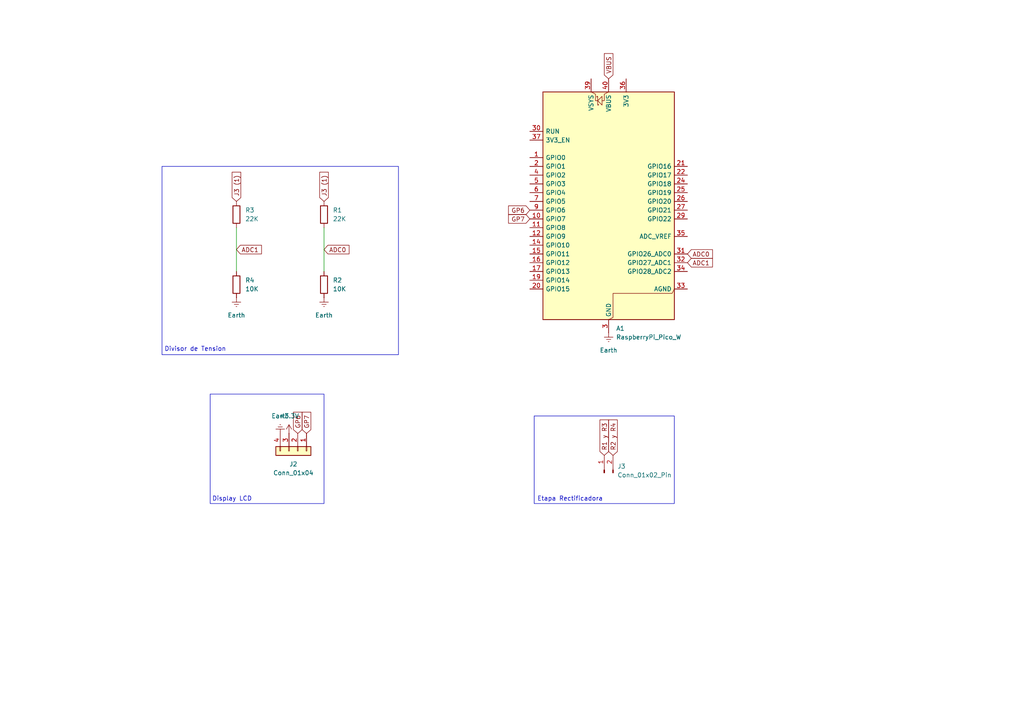
<source format=kicad_sch>
(kicad_sch
	(version 20250114)
	(generator "eeschema")
	(generator_version "9.0")
	(uuid "911fb31c-9ec0-4f87-b7c0-c3d7edbfac4b")
	(paper "A4")
	(lib_symbols
		(symbol "Connector:Conn_01x02_Pin"
			(pin_names
				(offset 1.016)
				(hide yes)
			)
			(exclude_from_sim no)
			(in_bom yes)
			(on_board yes)
			(property "Reference" "J"
				(at 0 2.54 0)
				(effects
					(font
						(size 1.27 1.27)
					)
				)
			)
			(property "Value" "Conn_01x02_Pin"
				(at 0 -5.08 0)
				(effects
					(font
						(size 1.27 1.27)
					)
				)
			)
			(property "Footprint" ""
				(at 0 0 0)
				(effects
					(font
						(size 1.27 1.27)
					)
					(hide yes)
				)
			)
			(property "Datasheet" "~"
				(at 0 0 0)
				(effects
					(font
						(size 1.27 1.27)
					)
					(hide yes)
				)
			)
			(property "Description" "Generic connector, single row, 01x02, script generated"
				(at 0 0 0)
				(effects
					(font
						(size 1.27 1.27)
					)
					(hide yes)
				)
			)
			(property "ki_locked" ""
				(at 0 0 0)
				(effects
					(font
						(size 1.27 1.27)
					)
				)
			)
			(property "ki_keywords" "connector"
				(at 0 0 0)
				(effects
					(font
						(size 1.27 1.27)
					)
					(hide yes)
				)
			)
			(property "ki_fp_filters" "Connector*:*_1x??_*"
				(at 0 0 0)
				(effects
					(font
						(size 1.27 1.27)
					)
					(hide yes)
				)
			)
			(symbol "Conn_01x02_Pin_1_1"
				(rectangle
					(start 0.8636 0.127)
					(end 0 -0.127)
					(stroke
						(width 0.1524)
						(type default)
					)
					(fill
						(type outline)
					)
				)
				(rectangle
					(start 0.8636 -2.413)
					(end 0 -2.667)
					(stroke
						(width 0.1524)
						(type default)
					)
					(fill
						(type outline)
					)
				)
				(polyline
					(pts
						(xy 1.27 0) (xy 0.8636 0)
					)
					(stroke
						(width 0.1524)
						(type default)
					)
					(fill
						(type none)
					)
				)
				(polyline
					(pts
						(xy 1.27 -2.54) (xy 0.8636 -2.54)
					)
					(stroke
						(width 0.1524)
						(type default)
					)
					(fill
						(type none)
					)
				)
				(pin passive line
					(at 5.08 0 180)
					(length 3.81)
					(name "Pin_1"
						(effects
							(font
								(size 1.27 1.27)
							)
						)
					)
					(number "1"
						(effects
							(font
								(size 1.27 1.27)
							)
						)
					)
				)
				(pin passive line
					(at 5.08 -2.54 180)
					(length 3.81)
					(name "Pin_2"
						(effects
							(font
								(size 1.27 1.27)
							)
						)
					)
					(number "2"
						(effects
							(font
								(size 1.27 1.27)
							)
						)
					)
				)
			)
			(embedded_fonts no)
		)
		(symbol "Connector_Generic:Conn_01x04"
			(pin_names
				(offset 1.016)
				(hide yes)
			)
			(exclude_from_sim no)
			(in_bom yes)
			(on_board yes)
			(property "Reference" "J"
				(at 0 5.08 0)
				(effects
					(font
						(size 1.27 1.27)
					)
				)
			)
			(property "Value" "Conn_01x04"
				(at 0 -7.62 0)
				(effects
					(font
						(size 1.27 1.27)
					)
				)
			)
			(property "Footprint" ""
				(at 0 0 0)
				(effects
					(font
						(size 1.27 1.27)
					)
					(hide yes)
				)
			)
			(property "Datasheet" "~"
				(at 0 0 0)
				(effects
					(font
						(size 1.27 1.27)
					)
					(hide yes)
				)
			)
			(property "Description" "Generic connector, single row, 01x04, script generated (kicad-library-utils/schlib/autogen/connector/)"
				(at 0 0 0)
				(effects
					(font
						(size 1.27 1.27)
					)
					(hide yes)
				)
			)
			(property "ki_keywords" "connector"
				(at 0 0 0)
				(effects
					(font
						(size 1.27 1.27)
					)
					(hide yes)
				)
			)
			(property "ki_fp_filters" "Connector*:*_1x??_*"
				(at 0 0 0)
				(effects
					(font
						(size 1.27 1.27)
					)
					(hide yes)
				)
			)
			(symbol "Conn_01x04_1_1"
				(rectangle
					(start -1.27 3.81)
					(end 1.27 -6.35)
					(stroke
						(width 0.254)
						(type default)
					)
					(fill
						(type background)
					)
				)
				(rectangle
					(start -1.27 2.667)
					(end 0 2.413)
					(stroke
						(width 0.1524)
						(type default)
					)
					(fill
						(type none)
					)
				)
				(rectangle
					(start -1.27 0.127)
					(end 0 -0.127)
					(stroke
						(width 0.1524)
						(type default)
					)
					(fill
						(type none)
					)
				)
				(rectangle
					(start -1.27 -2.413)
					(end 0 -2.667)
					(stroke
						(width 0.1524)
						(type default)
					)
					(fill
						(type none)
					)
				)
				(rectangle
					(start -1.27 -4.953)
					(end 0 -5.207)
					(stroke
						(width 0.1524)
						(type default)
					)
					(fill
						(type none)
					)
				)
				(pin passive line
					(at -5.08 2.54 0)
					(length 3.81)
					(name "Pin_1"
						(effects
							(font
								(size 1.27 1.27)
							)
						)
					)
					(number "1"
						(effects
							(font
								(size 1.27 1.27)
							)
						)
					)
				)
				(pin passive line
					(at -5.08 0 0)
					(length 3.81)
					(name "Pin_2"
						(effects
							(font
								(size 1.27 1.27)
							)
						)
					)
					(number "2"
						(effects
							(font
								(size 1.27 1.27)
							)
						)
					)
				)
				(pin passive line
					(at -5.08 -2.54 0)
					(length 3.81)
					(name "Pin_3"
						(effects
							(font
								(size 1.27 1.27)
							)
						)
					)
					(number "3"
						(effects
							(font
								(size 1.27 1.27)
							)
						)
					)
				)
				(pin passive line
					(at -5.08 -5.08 0)
					(length 3.81)
					(name "Pin_4"
						(effects
							(font
								(size 1.27 1.27)
							)
						)
					)
					(number "4"
						(effects
							(font
								(size 1.27 1.27)
							)
						)
					)
				)
			)
			(embedded_fonts no)
		)
		(symbol "Device:R"
			(pin_numbers
				(hide yes)
			)
			(pin_names
				(offset 0)
			)
			(exclude_from_sim no)
			(in_bom yes)
			(on_board yes)
			(property "Reference" "R"
				(at 2.032 0 90)
				(effects
					(font
						(size 1.27 1.27)
					)
				)
			)
			(property "Value" "R"
				(at 0 0 90)
				(effects
					(font
						(size 1.27 1.27)
					)
				)
			)
			(property "Footprint" ""
				(at -1.778 0 90)
				(effects
					(font
						(size 1.27 1.27)
					)
					(hide yes)
				)
			)
			(property "Datasheet" "~"
				(at 0 0 0)
				(effects
					(font
						(size 1.27 1.27)
					)
					(hide yes)
				)
			)
			(property "Description" "Resistor"
				(at 0 0 0)
				(effects
					(font
						(size 1.27 1.27)
					)
					(hide yes)
				)
			)
			(property "ki_keywords" "R res resistor"
				(at 0 0 0)
				(effects
					(font
						(size 1.27 1.27)
					)
					(hide yes)
				)
			)
			(property "ki_fp_filters" "R_*"
				(at 0 0 0)
				(effects
					(font
						(size 1.27 1.27)
					)
					(hide yes)
				)
			)
			(symbol "R_0_1"
				(rectangle
					(start -1.016 -2.54)
					(end 1.016 2.54)
					(stroke
						(width 0.254)
						(type default)
					)
					(fill
						(type none)
					)
				)
			)
			(symbol "R_1_1"
				(pin passive line
					(at 0 3.81 270)
					(length 1.27)
					(name "~"
						(effects
							(font
								(size 1.27 1.27)
							)
						)
					)
					(number "1"
						(effects
							(font
								(size 1.27 1.27)
							)
						)
					)
				)
				(pin passive line
					(at 0 -3.81 90)
					(length 1.27)
					(name "~"
						(effects
							(font
								(size 1.27 1.27)
							)
						)
					)
					(number "2"
						(effects
							(font
								(size 1.27 1.27)
							)
						)
					)
				)
			)
			(embedded_fonts no)
		)
		(symbol "MCU_Module:RaspberryPi_Pico_W"
			(pin_names
				(offset 0.762)
			)
			(exclude_from_sim no)
			(in_bom yes)
			(on_board yes)
			(property "Reference" "A"
				(at -19.05 35.56 0)
				(effects
					(font
						(size 1.27 1.27)
					)
					(justify left)
				)
			)
			(property "Value" "RaspberryPi_Pico_W"
				(at 7.62 35.56 0)
				(effects
					(font
						(size 1.27 1.27)
					)
					(justify left)
				)
			)
			(property "Footprint" "Module:RaspberryPi_Pico_W_SMD_HandSolder"
				(at 0 -46.99 0)
				(effects
					(font
						(size 1.27 1.27)
					)
					(hide yes)
				)
			)
			(property "Datasheet" "https://datasheets.raspberrypi.com/picow/pico-w-datasheet.pdf"
				(at 0 -49.53 0)
				(effects
					(font
						(size 1.27 1.27)
					)
					(hide yes)
				)
			)
			(property "Description" "Versatile and inexpensive wireless microcontroller module powered by RP2040 dual-core Arm Cortex-M0+ processor up to 133 MHz, 264kB SRAM, 2MB QSPI flash, Infineon CYW43439 2.4GHz 802.11n wireless LAN; also supports Raspberry Pi Pico 2 W"
				(at 0 -52.07 0)
				(effects
					(font
						(size 1.27 1.27)
					)
					(hide yes)
				)
			)
			(property "ki_keywords" "RP2350A M33 RISC-V Hazard3 usb wifi bluetooth"
				(at 0 0 0)
				(effects
					(font
						(size 1.27 1.27)
					)
					(hide yes)
				)
			)
			(property "ki_fp_filters" "RaspberryPi?Pico?Common* RaspberryPi?Pico?W?SMD*"
				(at 0 0 0)
				(effects
					(font
						(size 1.27 1.27)
					)
					(hide yes)
				)
			)
			(symbol "RaspberryPi_Pico_W_0_1"
				(rectangle
					(start -19.05 34.29)
					(end 19.05 -31.75)
					(stroke
						(width 0.254)
						(type default)
					)
					(fill
						(type background)
					)
				)
				(polyline
					(pts
						(xy -5.08 34.29) (xy -3.81 33.655) (xy -3.81 31.75) (xy -3.175 31.75)
					)
					(stroke
						(width 0)
						(type default)
					)
					(fill
						(type none)
					)
				)
				(polyline
					(pts
						(xy -3.429 32.766) (xy -3.429 33.02) (xy -3.175 33.02) (xy -3.175 30.48) (xy -2.921 30.48) (xy -2.921 30.734)
					)
					(stroke
						(width 0)
						(type default)
					)
					(fill
						(type none)
					)
				)
				(polyline
					(pts
						(xy -3.175 31.75) (xy -1.905 33.02) (xy -1.905 30.48) (xy -3.175 31.75)
					)
					(stroke
						(width 0)
						(type default)
					)
					(fill
						(type none)
					)
				)
				(polyline
					(pts
						(xy 0 34.29) (xy -1.27 33.655) (xy -1.27 31.75) (xy -1.905 31.75)
					)
					(stroke
						(width 0)
						(type default)
					)
					(fill
						(type none)
					)
				)
				(polyline
					(pts
						(xy 0 -31.75) (xy 1.27 -31.115) (xy 1.27 -24.13) (xy 18.415 -24.13) (xy 19.05 -22.86)
					)
					(stroke
						(width 0)
						(type default)
					)
					(fill
						(type none)
					)
				)
			)
			(symbol "RaspberryPi_Pico_W_1_1"
				(pin passive line
					(at -22.86 22.86 0)
					(length 3.81)
					(name "RUN"
						(effects
							(font
								(size 1.27 1.27)
							)
						)
					)
					(number "30"
						(effects
							(font
								(size 1.27 1.27)
							)
						)
					)
					(alternate "~{RESET}" passive line)
				)
				(pin passive line
					(at -22.86 20.32 0)
					(length 3.81)
					(name "3V3_EN"
						(effects
							(font
								(size 1.27 1.27)
							)
						)
					)
					(number "37"
						(effects
							(font
								(size 1.27 1.27)
							)
						)
					)
					(alternate "~{3V3_DISABLE}" passive line)
				)
				(pin bidirectional line
					(at -22.86 15.24 0)
					(length 3.81)
					(name "GPIO0"
						(effects
							(font
								(size 1.27 1.27)
							)
						)
					)
					(number "1"
						(effects
							(font
								(size 1.27 1.27)
							)
						)
					)
					(alternate "I2C0_SDA" bidirectional line)
					(alternate "PWM0_A" output line)
					(alternate "SPI0_RX" input line)
					(alternate "UART0_TX" output line)
					(alternate "USB_OVCUR_DET" input line)
				)
				(pin bidirectional line
					(at -22.86 12.7 0)
					(length 3.81)
					(name "GPIO1"
						(effects
							(font
								(size 1.27 1.27)
							)
						)
					)
					(number "2"
						(effects
							(font
								(size 1.27 1.27)
							)
						)
					)
					(alternate "I2C0_SCL" bidirectional clock)
					(alternate "PWM0_B" bidirectional line)
					(alternate "UART0_RX" input line)
					(alternate "USB_VBUS_DET" passive line)
					(alternate "~{SPI0_CSn}" bidirectional line)
				)
				(pin bidirectional line
					(at -22.86 10.16 0)
					(length 3.81)
					(name "GPIO2"
						(effects
							(font
								(size 1.27 1.27)
							)
						)
					)
					(number "4"
						(effects
							(font
								(size 1.27 1.27)
							)
						)
					)
					(alternate "I2C1_SDA" bidirectional line)
					(alternate "PWM1_A" output line)
					(alternate "SPI0_SCK" bidirectional clock)
					(alternate "UART0_CTS" input line)
					(alternate "USB_VBUS_EN" output line)
				)
				(pin bidirectional line
					(at -22.86 7.62 0)
					(length 3.81)
					(name "GPIO3"
						(effects
							(font
								(size 1.27 1.27)
							)
						)
					)
					(number "5"
						(effects
							(font
								(size 1.27 1.27)
							)
						)
					)
					(alternate "I2C1_SCL" bidirectional clock)
					(alternate "PWM1_B" bidirectional line)
					(alternate "SPI0_TX" output line)
					(alternate "UART0_RTS" output line)
					(alternate "USB_OVCUR_DET" input line)
				)
				(pin bidirectional line
					(at -22.86 5.08 0)
					(length 3.81)
					(name "GPIO4"
						(effects
							(font
								(size 1.27 1.27)
							)
						)
					)
					(number "6"
						(effects
							(font
								(size 1.27 1.27)
							)
						)
					)
					(alternate "I2C0_SDA" bidirectional line)
					(alternate "PWM2_A" output line)
					(alternate "SPI0_RX" input line)
					(alternate "UART1_TX" output line)
					(alternate "USB_VBUS_DET" input line)
				)
				(pin bidirectional line
					(at -22.86 2.54 0)
					(length 3.81)
					(name "GPIO5"
						(effects
							(font
								(size 1.27 1.27)
							)
						)
					)
					(number "7"
						(effects
							(font
								(size 1.27 1.27)
							)
						)
					)
					(alternate "I2C0_SCL" bidirectional clock)
					(alternate "PWM2_B" bidirectional line)
					(alternate "UART1_RX" input line)
					(alternate "USB_VBUS_EN" output line)
					(alternate "~{SPI0_CSn}" bidirectional line)
				)
				(pin bidirectional line
					(at -22.86 0 0)
					(length 3.81)
					(name "GPIO6"
						(effects
							(font
								(size 1.27 1.27)
							)
						)
					)
					(number "9"
						(effects
							(font
								(size 1.27 1.27)
							)
						)
					)
					(alternate "I2C1_SDA" bidirectional line)
					(alternate "PWM3_A" output line)
					(alternate "SPI0_SCK" bidirectional clock)
					(alternate "UART1_CTS" input line)
					(alternate "USB_OVCUR_DET" input line)
				)
				(pin bidirectional line
					(at -22.86 -2.54 0)
					(length 3.81)
					(name "GPIO7"
						(effects
							(font
								(size 1.27 1.27)
							)
						)
					)
					(number "10"
						(effects
							(font
								(size 1.27 1.27)
							)
						)
					)
					(alternate "I2C1_SCL" bidirectional clock)
					(alternate "PWM3_B" bidirectional line)
					(alternate "SPI0_TX" output line)
					(alternate "UART1_RTS" output line)
					(alternate "USB_VBUS_DET" input line)
				)
				(pin bidirectional line
					(at -22.86 -5.08 0)
					(length 3.81)
					(name "GPIO8"
						(effects
							(font
								(size 1.27 1.27)
							)
						)
					)
					(number "11"
						(effects
							(font
								(size 1.27 1.27)
							)
						)
					)
					(alternate "I2C0_SDA" bidirectional line)
					(alternate "PWM4_A" output line)
					(alternate "SPI1_RX" input line)
					(alternate "UART1_TX" output line)
					(alternate "USB_VBUS_EN" output line)
				)
				(pin bidirectional line
					(at -22.86 -7.62 0)
					(length 3.81)
					(name "GPIO9"
						(effects
							(font
								(size 1.27 1.27)
							)
						)
					)
					(number "12"
						(effects
							(font
								(size 1.27 1.27)
							)
						)
					)
					(alternate "I2C0_SCL" bidirectional clock)
					(alternate "PWM4_B" bidirectional line)
					(alternate "UART1_RX" input line)
					(alternate "USB_OVCUR_DET" input line)
					(alternate "~{SPI1_CSn}" bidirectional line)
				)
				(pin bidirectional line
					(at -22.86 -10.16 0)
					(length 3.81)
					(name "GPIO10"
						(effects
							(font
								(size 1.27 1.27)
							)
						)
					)
					(number "14"
						(effects
							(font
								(size 1.27 1.27)
							)
						)
					)
					(alternate "I2C1_SDA" bidirectional line)
					(alternate "PWM5_A" output line)
					(alternate "SPI1_SCK" bidirectional clock)
					(alternate "UART1_CTS" input line)
					(alternate "USB_VBUS_DET" input line)
				)
				(pin bidirectional line
					(at -22.86 -12.7 0)
					(length 3.81)
					(name "GPIO11"
						(effects
							(font
								(size 1.27 1.27)
							)
						)
					)
					(number "15"
						(effects
							(font
								(size 1.27 1.27)
							)
						)
					)
					(alternate "I2C1_SCL" bidirectional clock)
					(alternate "PWM5_B" bidirectional line)
					(alternate "SPI1_TX" output line)
					(alternate "UART1_RTS" output line)
					(alternate "USB_VBUS_EN" output line)
				)
				(pin bidirectional line
					(at -22.86 -15.24 0)
					(length 3.81)
					(name "GPIO12"
						(effects
							(font
								(size 1.27 1.27)
							)
						)
					)
					(number "16"
						(effects
							(font
								(size 1.27 1.27)
							)
						)
					)
					(alternate "I2C0_SDA" bidirectional line)
					(alternate "PWM6_A" output line)
					(alternate "SPI1_RX" input line)
					(alternate "UART0_TX" output line)
					(alternate "USB_OVCUR_DET" input line)
				)
				(pin bidirectional line
					(at -22.86 -17.78 0)
					(length 3.81)
					(name "GPIO13"
						(effects
							(font
								(size 1.27 1.27)
							)
						)
					)
					(number "17"
						(effects
							(font
								(size 1.27 1.27)
							)
						)
					)
					(alternate "I2C0_SCL" bidirectional clock)
					(alternate "PWM6_B" bidirectional line)
					(alternate "UART0_RX" input line)
					(alternate "USB_VBUS_DET" input line)
					(alternate "~{SPI1_CSn}" bidirectional line)
				)
				(pin bidirectional line
					(at -22.86 -20.32 0)
					(length 3.81)
					(name "GPIO14"
						(effects
							(font
								(size 1.27 1.27)
							)
						)
					)
					(number "19"
						(effects
							(font
								(size 1.27 1.27)
							)
						)
					)
					(alternate "I2C1_SDA" bidirectional line)
					(alternate "PWM7_A" output line)
					(alternate "SPI1_SCK" bidirectional clock)
					(alternate "UART0_CTS" input line)
					(alternate "USB_VBUS_EN" output line)
				)
				(pin bidirectional line
					(at -22.86 -22.86 0)
					(length 3.81)
					(name "GPIO15"
						(effects
							(font
								(size 1.27 1.27)
							)
						)
					)
					(number "20"
						(effects
							(font
								(size 1.27 1.27)
							)
						)
					)
					(alternate "I2C1_SCL" bidirectional clock)
					(alternate "PWM7_B" bidirectional line)
					(alternate "SPI1_TX" output line)
					(alternate "UART0_RTS" output line)
					(alternate "USB_OVCUR_DET" input line)
				)
				(pin power_in line
					(at -5.08 38.1 270)
					(length 3.81)
					(name "VSYS"
						(effects
							(font
								(size 1.27 1.27)
							)
						)
					)
					(number "39"
						(effects
							(font
								(size 1.27 1.27)
							)
						)
					)
					(alternate "VSYS_OUT" power_out line)
				)
				(pin power_out line
					(at 0 38.1 270)
					(length 3.81)
					(name "VBUS"
						(effects
							(font
								(size 1.27 1.27)
							)
						)
					)
					(number "40"
						(effects
							(font
								(size 1.27 1.27)
							)
						)
					)
					(alternate "VBUS_IN" power_in line)
				)
				(pin passive line
					(at 0 -35.56 90)
					(length 3.81)
					(hide yes)
					(name "GND"
						(effects
							(font
								(size 1.27 1.27)
							)
						)
					)
					(number "13"
						(effects
							(font
								(size 1.27 1.27)
							)
						)
					)
				)
				(pin passive line
					(at 0 -35.56 90)
					(length 3.81)
					(hide yes)
					(name "GND"
						(effects
							(font
								(size 1.27 1.27)
							)
						)
					)
					(number "18"
						(effects
							(font
								(size 1.27 1.27)
							)
						)
					)
				)
				(pin passive line
					(at 0 -35.56 90)
					(length 3.81)
					(hide yes)
					(name "GND"
						(effects
							(font
								(size 1.27 1.27)
							)
						)
					)
					(number "23"
						(effects
							(font
								(size 1.27 1.27)
							)
						)
					)
				)
				(pin passive line
					(at 0 -35.56 90)
					(length 3.81)
					(hide yes)
					(name "GND"
						(effects
							(font
								(size 1.27 1.27)
							)
						)
					)
					(number "28"
						(effects
							(font
								(size 1.27 1.27)
							)
						)
					)
				)
				(pin power_out line
					(at 0 -35.56 90)
					(length 3.81)
					(name "GND"
						(effects
							(font
								(size 1.27 1.27)
							)
						)
					)
					(number "3"
						(effects
							(font
								(size 1.27 1.27)
							)
						)
					)
					(alternate "GND_IN" power_in line)
				)
				(pin passive line
					(at 0 -35.56 90)
					(length 3.81)
					(hide yes)
					(name "GND"
						(effects
							(font
								(size 1.27 1.27)
							)
						)
					)
					(number "38"
						(effects
							(font
								(size 1.27 1.27)
							)
						)
					)
				)
				(pin passive line
					(at 0 -35.56 90)
					(length 3.81)
					(hide yes)
					(name "GND"
						(effects
							(font
								(size 1.27 1.27)
							)
						)
					)
					(number "8"
						(effects
							(font
								(size 1.27 1.27)
							)
						)
					)
				)
				(pin power_out line
					(at 5.08 38.1 270)
					(length 3.81)
					(name "3V3"
						(effects
							(font
								(size 1.27 1.27)
							)
						)
					)
					(number "36"
						(effects
							(font
								(size 1.27 1.27)
							)
						)
					)
				)
				(pin bidirectional line
					(at 22.86 12.7 180)
					(length 3.81)
					(name "GPIO16"
						(effects
							(font
								(size 1.27 1.27)
							)
						)
					)
					(number "21"
						(effects
							(font
								(size 1.27 1.27)
							)
						)
					)
					(alternate "I2C0_SDA" bidirectional line)
					(alternate "PWM0_A" output line)
					(alternate "SPI0_RX" input line)
					(alternate "UART0_TX" output line)
					(alternate "USB_VBUS_DET" input line)
				)
				(pin bidirectional line
					(at 22.86 10.16 180)
					(length 3.81)
					(name "GPIO17"
						(effects
							(font
								(size 1.27 1.27)
							)
						)
					)
					(number "22"
						(effects
							(font
								(size 1.27 1.27)
							)
						)
					)
					(alternate "I2C0_SCL" bidirectional clock)
					(alternate "PWM0_B" bidirectional line)
					(alternate "UART0_RX" input line)
					(alternate "USB_VBUS_EN" output line)
					(alternate "~{SPI0_CSn}" bidirectional line)
				)
				(pin bidirectional line
					(at 22.86 7.62 180)
					(length 3.81)
					(name "GPIO18"
						(effects
							(font
								(size 1.27 1.27)
							)
						)
					)
					(number "24"
						(effects
							(font
								(size 1.27 1.27)
							)
						)
					)
					(alternate "I2C1_SDA" bidirectional line)
					(alternate "PWM1_A" output line)
					(alternate "SPI0_SCK" bidirectional clock)
					(alternate "UART0_CTS" input line)
					(alternate "USB_OVCUR_DET" input line)
				)
				(pin bidirectional line
					(at 22.86 5.08 180)
					(length 3.81)
					(name "GPIO19"
						(effects
							(font
								(size 1.27 1.27)
							)
						)
					)
					(number "25"
						(effects
							(font
								(size 1.27 1.27)
							)
						)
					)
					(alternate "I2C1_SCL" bidirectional clock)
					(alternate "PWM1_B" bidirectional line)
					(alternate "SPI0_TX" output line)
					(alternate "UART0_RTS" output line)
					(alternate "USB_VBUS_DET" input line)
				)
				(pin bidirectional line
					(at 22.86 2.54 180)
					(length 3.81)
					(name "GPIO20"
						(effects
							(font
								(size 1.27 1.27)
							)
						)
					)
					(number "26"
						(effects
							(font
								(size 1.27 1.27)
							)
						)
					)
					(alternate "CLOCK_GPIN0" input clock)
					(alternate "I2C0_SDA" bidirectional line)
					(alternate "PWM2_A" output line)
					(alternate "SPI0_RX" input line)
					(alternate "UART1_TX" output line)
					(alternate "USB_VBUS_EN" output line)
				)
				(pin bidirectional line
					(at 22.86 0 180)
					(length 3.81)
					(name "GPIO21"
						(effects
							(font
								(size 1.27 1.27)
							)
						)
					)
					(number "27"
						(effects
							(font
								(size 1.27 1.27)
							)
						)
					)
					(alternate "CLOCK_GPOUT0" output clock)
					(alternate "I2C0_SCL" bidirectional clock)
					(alternate "PWM2_B" bidirectional line)
					(alternate "UART1_RX" input line)
					(alternate "USB_OVCUR_DET" input line)
					(alternate "~{SPI0_CSn}" bidirectional line)
				)
				(pin bidirectional line
					(at 22.86 -2.54 180)
					(length 3.81)
					(name "GPIO22"
						(effects
							(font
								(size 1.27 1.27)
							)
						)
					)
					(number "29"
						(effects
							(font
								(size 1.27 1.27)
							)
						)
					)
					(alternate "CLOCK_GPIN1" input clock)
					(alternate "I2C1_SDA" bidirectional line)
					(alternate "PWM3_A" output line)
					(alternate "SPI0_SCK" bidirectional clock)
					(alternate "UART1_CTS" input line)
					(alternate "USB_VBUS_DET" input line)
				)
				(pin power_in line
					(at 22.86 -7.62 180)
					(length 3.81)
					(name "ADC_VREF"
						(effects
							(font
								(size 1.27 1.27)
							)
						)
					)
					(number "35"
						(effects
							(font
								(size 1.27 1.27)
							)
						)
					)
				)
				(pin bidirectional line
					(at 22.86 -12.7 180)
					(length 3.81)
					(name "GPIO26_ADC0"
						(effects
							(font
								(size 1.27 1.27)
							)
						)
					)
					(number "31"
						(effects
							(font
								(size 1.27 1.27)
							)
						)
					)
					(alternate "ADC0" input line)
					(alternate "GPIO26" bidirectional line)
					(alternate "I2C1_SDA" bidirectional line)
					(alternate "PWM5_A" output line)
					(alternate "SPI1_SCK" bidirectional clock)
					(alternate "UART1_CTS" input line)
					(alternate "USB_VBUS_EN" output line)
				)
				(pin bidirectional line
					(at 22.86 -15.24 180)
					(length 3.81)
					(name "GPIO27_ADC1"
						(effects
							(font
								(size 1.27 1.27)
							)
						)
					)
					(number "32"
						(effects
							(font
								(size 1.27 1.27)
							)
						)
					)
					(alternate "ADC1" input line)
					(alternate "GPIO27" bidirectional line)
					(alternate "I2C1_SCL" bidirectional clock)
					(alternate "PWM5_B" bidirectional line)
					(alternate "SPI1_TX" output line)
					(alternate "UART1_RTS" output line)
					(alternate "USB_OVCUR_DET" input line)
				)
				(pin bidirectional line
					(at 22.86 -17.78 180)
					(length 3.81)
					(name "GPIO28_ADC2"
						(effects
							(font
								(size 1.27 1.27)
							)
						)
					)
					(number "34"
						(effects
							(font
								(size 1.27 1.27)
							)
						)
					)
					(alternate "ADC2" input line)
					(alternate "GPIO28" bidirectional line)
					(alternate "I2C0_SDA" bidirectional line)
					(alternate "PWM6_A" output line)
					(alternate "SPI1_RX" input line)
					(alternate "UART0_TX" output line)
					(alternate "USB_VBUS_DET" input line)
				)
				(pin power_out line
					(at 22.86 -22.86 180)
					(length 3.81)
					(name "AGND"
						(effects
							(font
								(size 1.27 1.27)
							)
						)
					)
					(number "33"
						(effects
							(font
								(size 1.27 1.27)
							)
						)
					)
					(alternate "GND" passive line)
				)
			)
			(embedded_fonts no)
		)
		(symbol "power:+3.3V"
			(power)
			(pin_numbers
				(hide yes)
			)
			(pin_names
				(offset 0)
				(hide yes)
			)
			(exclude_from_sim no)
			(in_bom yes)
			(on_board yes)
			(property "Reference" "#PWR"
				(at 0 -3.81 0)
				(effects
					(font
						(size 1.27 1.27)
					)
					(hide yes)
				)
			)
			(property "Value" "+3.3V"
				(at 0 3.556 0)
				(effects
					(font
						(size 1.27 1.27)
					)
				)
			)
			(property "Footprint" ""
				(at 0 0 0)
				(effects
					(font
						(size 1.27 1.27)
					)
					(hide yes)
				)
			)
			(property "Datasheet" ""
				(at 0 0 0)
				(effects
					(font
						(size 1.27 1.27)
					)
					(hide yes)
				)
			)
			(property "Description" "Power symbol creates a global label with name \"+3.3V\""
				(at 0 0 0)
				(effects
					(font
						(size 1.27 1.27)
					)
					(hide yes)
				)
			)
			(property "ki_keywords" "global power"
				(at 0 0 0)
				(effects
					(font
						(size 1.27 1.27)
					)
					(hide yes)
				)
			)
			(symbol "+3.3V_0_1"
				(polyline
					(pts
						(xy -0.762 1.27) (xy 0 2.54)
					)
					(stroke
						(width 0)
						(type default)
					)
					(fill
						(type none)
					)
				)
				(polyline
					(pts
						(xy 0 2.54) (xy 0.762 1.27)
					)
					(stroke
						(width 0)
						(type default)
					)
					(fill
						(type none)
					)
				)
				(polyline
					(pts
						(xy 0 0) (xy 0 2.54)
					)
					(stroke
						(width 0)
						(type default)
					)
					(fill
						(type none)
					)
				)
			)
			(symbol "+3.3V_1_1"
				(pin power_in line
					(at 0 0 90)
					(length 0)
					(name "~"
						(effects
							(font
								(size 1.27 1.27)
							)
						)
					)
					(number "1"
						(effects
							(font
								(size 1.27 1.27)
							)
						)
					)
				)
			)
			(embedded_fonts no)
		)
		(symbol "power:Earth"
			(power)
			(pin_numbers
				(hide yes)
			)
			(pin_names
				(offset 0)
				(hide yes)
			)
			(exclude_from_sim no)
			(in_bom yes)
			(on_board yes)
			(property "Reference" "#PWR"
				(at 0 -6.35 0)
				(effects
					(font
						(size 1.27 1.27)
					)
					(hide yes)
				)
			)
			(property "Value" "Earth"
				(at 0 -3.81 0)
				(effects
					(font
						(size 1.27 1.27)
					)
				)
			)
			(property "Footprint" ""
				(at 0 0 0)
				(effects
					(font
						(size 1.27 1.27)
					)
					(hide yes)
				)
			)
			(property "Datasheet" "~"
				(at 0 0 0)
				(effects
					(font
						(size 1.27 1.27)
					)
					(hide yes)
				)
			)
			(property "Description" "Power symbol creates a global label with name \"Earth\""
				(at 0 0 0)
				(effects
					(font
						(size 1.27 1.27)
					)
					(hide yes)
				)
			)
			(property "ki_keywords" "global ground gnd"
				(at 0 0 0)
				(effects
					(font
						(size 1.27 1.27)
					)
					(hide yes)
				)
			)
			(symbol "Earth_0_1"
				(polyline
					(pts
						(xy -0.635 -1.905) (xy 0.635 -1.905)
					)
					(stroke
						(width 0)
						(type default)
					)
					(fill
						(type none)
					)
				)
				(polyline
					(pts
						(xy -0.127 -2.54) (xy 0.127 -2.54)
					)
					(stroke
						(width 0)
						(type default)
					)
					(fill
						(type none)
					)
				)
				(polyline
					(pts
						(xy 0 -1.27) (xy 0 0)
					)
					(stroke
						(width 0)
						(type default)
					)
					(fill
						(type none)
					)
				)
				(polyline
					(pts
						(xy 1.27 -1.27) (xy -1.27 -1.27)
					)
					(stroke
						(width 0)
						(type default)
					)
					(fill
						(type none)
					)
				)
			)
			(symbol "Earth_1_1"
				(pin power_in line
					(at 0 0 270)
					(length 0)
					(name "~"
						(effects
							(font
								(size 1.27 1.27)
							)
						)
					)
					(number "1"
						(effects
							(font
								(size 1.27 1.27)
							)
						)
					)
				)
			)
			(embedded_fonts no)
		)
	)
	(rectangle
		(start 46.99 48.26)
		(end 115.57 102.87)
		(stroke
			(width 0)
			(type default)
		)
		(fill
			(type none)
		)
		(uuid 30473f73-ef07-4269-b6fe-98ff90480b42)
	)
	(rectangle
		(start 154.94 120.65)
		(end 195.58 146.05)
		(stroke
			(width 0)
			(type default)
		)
		(fill
			(type none)
		)
		(uuid 6a1904ca-9506-4af1-952b-4030941bac4c)
	)
	(rectangle
		(start 60.96 114.3)
		(end 93.98 146.05)
		(stroke
			(width 0)
			(type default)
		)
		(fill
			(type none)
		)
		(uuid fab753db-4ac4-455a-89c4-dc49ae96896e)
	)
	(text "Divisor de Tension"
		(exclude_from_sim no)
		(at 56.642 101.346 0)
		(effects
			(font
				(size 1.27 1.27)
			)
		)
		(uuid "2c4b57e3-8ddb-4a99-ba5a-5f79ddfb7d32")
	)
	(text "Display LCD"
		(exclude_from_sim no)
		(at 67.31 144.78 0)
		(effects
			(font
				(size 1.27 1.27)
			)
		)
		(uuid "97a8d4d7-c3d2-4718-afbe-84f62f6dfc48")
	)
	(text "Etapa Rectificadora"
		(exclude_from_sim no)
		(at 165.354 144.78 0)
		(effects
			(font
				(size 1.27 1.27)
			)
		)
		(uuid "ef2212e1-0ba2-4262-82d6-7ab7e7249138")
	)
	(wire
		(pts
			(xy 68.58 66.04) (xy 68.58 78.74)
		)
		(stroke
			(width 0)
			(type default)
		)
		(uuid "3c8698cb-4e56-42e7-99bc-2cf13a8a778e")
	)
	(wire
		(pts
			(xy 93.98 66.04) (xy 93.98 78.74)
		)
		(stroke
			(width 0)
			(type default)
		)
		(uuid "c52ca523-c535-4b67-96a2-5ab6eb1b34bf")
	)
	(global_label "GP7"
		(shape input)
		(at 88.9 125.73 90)
		(fields_autoplaced yes)
		(effects
			(font
				(size 1.27 1.27)
			)
			(justify left)
		)
		(uuid "05d60261-e553-47fd-94d6-9d2d276dbe36")
		(property "Intersheetrefs" "${INTERSHEET_REFS}"
			(at 88.9 118.9953 90)
			(effects
				(font
					(size 1.27 1.27)
				)
				(justify left)
				(hide yes)
			)
		)
	)
	(global_label "ADC1"
		(shape input)
		(at 199.39 76.2 0)
		(fields_autoplaced yes)
		(effects
			(font
				(size 1.27 1.27)
			)
			(justify left)
		)
		(uuid "2763503f-ef6b-4b06-b3ac-cce401540555")
		(property "Intersheetrefs" "${INTERSHEET_REFS}"
			(at 207.2133 76.2 0)
			(effects
				(font
					(size 1.27 1.27)
				)
				(justify left)
				(hide yes)
			)
		)
	)
	(global_label "GP6"
		(shape input)
		(at 86.36 125.73 90)
		(fields_autoplaced yes)
		(effects
			(font
				(size 1.27 1.27)
			)
			(justify left)
		)
		(uuid "42e0bb7e-7eb0-47cf-a485-8338651eeff8")
		(property "Intersheetrefs" "${INTERSHEET_REFS}"
			(at 86.36 118.9953 90)
			(effects
				(font
					(size 1.27 1.27)
				)
				(justify left)
				(hide yes)
			)
		)
	)
	(global_label "ADC0"
		(shape input)
		(at 199.39 73.66 0)
		(fields_autoplaced yes)
		(effects
			(font
				(size 1.27 1.27)
			)
			(justify left)
		)
		(uuid "4530f2b9-cf5c-4b2b-b8c2-0d36f49c1a40")
		(property "Intersheetrefs" "${INTERSHEET_REFS}"
			(at 207.2133 73.66 0)
			(effects
				(font
					(size 1.27 1.27)
				)
				(justify left)
				(hide yes)
			)
		)
	)
	(global_label "R1 y R3"
		(shape input)
		(at 175.26 132.08 90)
		(fields_autoplaced yes)
		(effects
			(font
				(size 1.27 1.27)
			)
			(justify left)
		)
		(uuid "5a1c1197-0123-45c9-aa68-63767492e9f0")
		(property "Intersheetrefs" "${INTERSHEET_REFS}"
			(at 175.26 121.233 90)
			(effects
				(font
					(size 1.27 1.27)
				)
				(justify left)
				(hide yes)
			)
		)
	)
	(global_label "ADC1"
		(shape input)
		(at 68.58 72.39 0)
		(fields_autoplaced yes)
		(effects
			(font
				(size 1.27 1.27)
			)
			(justify left)
		)
		(uuid "7af0eda4-a391-4cb1-8dc9-92d10ae8d78d")
		(property "Intersheetrefs" "${INTERSHEET_REFS}"
			(at 76.4033 72.39 0)
			(effects
				(font
					(size 1.27 1.27)
				)
				(justify left)
				(hide yes)
			)
		)
	)
	(global_label "J3 (1)"
		(shape input)
		(at 93.98 58.42 90)
		(fields_autoplaced yes)
		(effects
			(font
				(size 1.27 1.27)
			)
			(justify left)
		)
		(uuid "89330173-0638-4612-bad2-aea53bf643a5")
		(property "Intersheetrefs" "${INTERSHEET_REFS}"
			(at 93.98 49.3872 90)
			(effects
				(font
					(size 1.27 1.27)
				)
				(justify left)
				(hide yes)
			)
		)
	)
	(global_label "GP6"
		(shape input)
		(at 153.67 60.96 180)
		(fields_autoplaced yes)
		(effects
			(font
				(size 1.27 1.27)
			)
			(justify right)
		)
		(uuid "95e2f658-7083-4bcd-9b87-20c784f7f5b4")
		(property "Intersheetrefs" "${INTERSHEET_REFS}"
			(at 146.9353 60.96 0)
			(effects
				(font
					(size 1.27 1.27)
				)
				(justify right)
				(hide yes)
			)
		)
	)
	(global_label "GP7"
		(shape input)
		(at 153.67 63.5 180)
		(fields_autoplaced yes)
		(effects
			(font
				(size 1.27 1.27)
			)
			(justify right)
		)
		(uuid "bec18010-de9a-4435-b8cb-4dbad312da31")
		(property "Intersheetrefs" "${INTERSHEET_REFS}"
			(at 146.9353 63.5 0)
			(effects
				(font
					(size 1.27 1.27)
				)
				(justify right)
				(hide yes)
			)
		)
	)
	(global_label "VBUS"
		(shape input)
		(at 176.53 22.86 90)
		(fields_autoplaced yes)
		(effects
			(font
				(size 1.27 1.27)
			)
			(justify left)
		)
		(uuid "bf8d41b1-c3f3-4aff-b10e-d2b89ba07cb5")
		(property "Intersheetrefs" "${INTERSHEET_REFS}"
			(at 176.53 14.9762 90)
			(effects
				(font
					(size 1.27 1.27)
				)
				(justify left)
				(hide yes)
			)
		)
	)
	(global_label "J3 (1)"
		(shape input)
		(at 68.58 58.42 90)
		(fields_autoplaced yes)
		(effects
			(font
				(size 1.27 1.27)
			)
			(justify left)
		)
		(uuid "c3aaee44-9d66-46cd-a4a8-a160ebcff4a8")
		(property "Intersheetrefs" "${INTERSHEET_REFS}"
			(at 68.58 49.3872 90)
			(effects
				(font
					(size 1.27 1.27)
				)
				(justify left)
				(hide yes)
			)
		)
	)
	(global_label "R2 y R4"
		(shape input)
		(at 177.8 132.08 90)
		(fields_autoplaced yes)
		(effects
			(font
				(size 1.27 1.27)
			)
			(justify left)
		)
		(uuid "cf57e082-ae20-44a4-a4c2-0bfc6d41117b")
		(property "Intersheetrefs" "${INTERSHEET_REFS}"
			(at 177.8 121.233 90)
			(effects
				(font
					(size 1.27 1.27)
				)
				(justify left)
				(hide yes)
			)
		)
	)
	(global_label "ADC0"
		(shape input)
		(at 93.98 72.39 0)
		(fields_autoplaced yes)
		(effects
			(font
				(size 1.27 1.27)
			)
			(justify left)
		)
		(uuid "fa336988-a739-4d9e-911f-9bbf47d66570")
		(property "Intersheetrefs" "${INTERSHEET_REFS}"
			(at 101.8033 72.39 0)
			(effects
				(font
					(size 1.27 1.27)
				)
				(justify left)
				(hide yes)
			)
		)
	)
	(symbol
		(lib_id "Device:R")
		(at 93.98 62.23 0)
		(unit 1)
		(exclude_from_sim no)
		(in_bom yes)
		(on_board yes)
		(dnp no)
		(fields_autoplaced yes)
		(uuid "003bdb3b-27a5-4cf8-98a6-28dd277b450e")
		(property "Reference" "R1"
			(at 96.52 60.9599 0)
			(effects
				(font
					(size 1.27 1.27)
				)
				(justify left)
			)
		)
		(property "Value" "22K"
			(at 96.52 63.4999 0)
			(effects
				(font
					(size 1.27 1.27)
				)
				(justify left)
			)
		)
		(property "Footprint" "Resistor_THT:R_Axial_DIN0207_L6.3mm_D2.5mm_P2.54mm_Vertical"
			(at 92.202 62.23 90)
			(effects
				(font
					(size 1.27 1.27)
				)
				(hide yes)
			)
		)
		(property "Datasheet" "~"
			(at 93.98 62.23 0)
			(effects
				(font
					(size 1.27 1.27)
				)
				(hide yes)
			)
		)
		(property "Description" "Resistor"
			(at 93.98 62.23 0)
			(effects
				(font
					(size 1.27 1.27)
				)
				(hide yes)
			)
		)
		(pin "2"
			(uuid "443f07f6-2696-42f3-83b2-5daa7dcbfdbf")
		)
		(pin "1"
			(uuid "3f3102f4-21c3-4bf7-9976-595740a8b216")
		)
		(instances
			(project "Raspberry"
				(path "/911fb31c-9ec0-4f87-b7c0-c3d7edbfac4b"
					(reference "R1")
					(unit 1)
				)
			)
		)
	)
	(symbol
		(lib_id "power:Earth")
		(at 68.58 86.36 0)
		(unit 1)
		(exclude_from_sim no)
		(in_bom yes)
		(on_board yes)
		(dnp no)
		(fields_autoplaced yes)
		(uuid "201af59b-fcea-439f-9406-a820517d5511")
		(property "Reference" "#PWR05"
			(at 68.58 92.71 0)
			(effects
				(font
					(size 1.27 1.27)
				)
				(hide yes)
			)
		)
		(property "Value" "Earth"
			(at 68.58 91.44 0)
			(effects
				(font
					(size 1.27 1.27)
				)
			)
		)
		(property "Footprint" ""
			(at 68.58 86.36 0)
			(effects
				(font
					(size 1.27 1.27)
				)
				(hide yes)
			)
		)
		(property "Datasheet" "~"
			(at 68.58 86.36 0)
			(effects
				(font
					(size 1.27 1.27)
				)
				(hide yes)
			)
		)
		(property "Description" "Power symbol creates a global label with name \"Earth\""
			(at 68.58 86.36 0)
			(effects
				(font
					(size 1.27 1.27)
				)
				(hide yes)
			)
		)
		(pin "1"
			(uuid "8dc92369-928c-43e8-b85d-c5bdcd441b5c")
		)
		(instances
			(project "Raspberry"
				(path "/911fb31c-9ec0-4f87-b7c0-c3d7edbfac4b"
					(reference "#PWR05")
					(unit 1)
				)
			)
		)
	)
	(symbol
		(lib_id "power:+3.3V")
		(at 83.82 125.73 0)
		(unit 1)
		(exclude_from_sim no)
		(in_bom yes)
		(on_board yes)
		(dnp no)
		(fields_autoplaced yes)
		(uuid "2f2c935d-e134-4172-bfdf-ef6be11c9739")
		(property "Reference" "#PWR02"
			(at 83.82 129.54 0)
			(effects
				(font
					(size 1.27 1.27)
				)
				(hide yes)
			)
		)
		(property "Value" "+3.3V"
			(at 83.82 120.65 0)
			(effects
				(font
					(size 1.27 1.27)
				)
			)
		)
		(property "Footprint" ""
			(at 83.82 125.73 0)
			(effects
				(font
					(size 1.27 1.27)
				)
				(hide yes)
			)
		)
		(property "Datasheet" ""
			(at 83.82 125.73 0)
			(effects
				(font
					(size 1.27 1.27)
				)
				(hide yes)
			)
		)
		(property "Description" "Power symbol creates a global label with name \"+3.3V\""
			(at 83.82 125.73 0)
			(effects
				(font
					(size 1.27 1.27)
				)
				(hide yes)
			)
		)
		(pin "1"
			(uuid "d57dac4a-4911-4cee-9eb2-23e272ea30d6")
		)
		(instances
			(project "Raspberry"
				(path "/911fb31c-9ec0-4f87-b7c0-c3d7edbfac4b"
					(reference "#PWR02")
					(unit 1)
				)
			)
		)
	)
	(symbol
		(lib_id "power:Earth")
		(at 93.98 86.36 0)
		(unit 1)
		(exclude_from_sim no)
		(in_bom yes)
		(on_board yes)
		(dnp no)
		(fields_autoplaced yes)
		(uuid "35f49325-fcbc-4367-bc8a-bf4c760d9fe6")
		(property "Reference" "#PWR04"
			(at 93.98 92.71 0)
			(effects
				(font
					(size 1.27 1.27)
				)
				(hide yes)
			)
		)
		(property "Value" "Earth"
			(at 93.98 91.44 0)
			(effects
				(font
					(size 1.27 1.27)
				)
			)
		)
		(property "Footprint" ""
			(at 93.98 86.36 0)
			(effects
				(font
					(size 1.27 1.27)
				)
				(hide yes)
			)
		)
		(property "Datasheet" "~"
			(at 93.98 86.36 0)
			(effects
				(font
					(size 1.27 1.27)
				)
				(hide yes)
			)
		)
		(property "Description" "Power symbol creates a global label with name \"Earth\""
			(at 93.98 86.36 0)
			(effects
				(font
					(size 1.27 1.27)
				)
				(hide yes)
			)
		)
		(pin "1"
			(uuid "83a3a1cb-6528-49e2-ae54-46019bb63a71")
		)
		(instances
			(project "Raspberry"
				(path "/911fb31c-9ec0-4f87-b7c0-c3d7edbfac4b"
					(reference "#PWR04")
					(unit 1)
				)
			)
		)
	)
	(symbol
		(lib_id "power:Earth")
		(at 176.53 96.52 0)
		(unit 1)
		(exclude_from_sim no)
		(in_bom yes)
		(on_board yes)
		(dnp no)
		(fields_autoplaced yes)
		(uuid "45f38a56-80f5-45da-bc23-1f126415a83a")
		(property "Reference" "#PWR01"
			(at 176.53 102.87 0)
			(effects
				(font
					(size 1.27 1.27)
				)
				(hide yes)
			)
		)
		(property "Value" "Earth"
			(at 176.53 101.6 0)
			(effects
				(font
					(size 1.27 1.27)
				)
			)
		)
		(property "Footprint" ""
			(at 176.53 96.52 0)
			(effects
				(font
					(size 1.27 1.27)
				)
				(hide yes)
			)
		)
		(property "Datasheet" "~"
			(at 176.53 96.52 0)
			(effects
				(font
					(size 1.27 1.27)
				)
				(hide yes)
			)
		)
		(property "Description" "Power symbol creates a global label with name \"Earth\""
			(at 176.53 96.52 0)
			(effects
				(font
					(size 1.27 1.27)
				)
				(hide yes)
			)
		)
		(pin "1"
			(uuid "bd09c02b-3899-4974-939c-3309e5c0859a")
		)
		(instances
			(project "Raspberry"
				(path "/911fb31c-9ec0-4f87-b7c0-c3d7edbfac4b"
					(reference "#PWR01")
					(unit 1)
				)
			)
		)
	)
	(symbol
		(lib_id "Device:R")
		(at 68.58 82.55 0)
		(unit 1)
		(exclude_from_sim no)
		(in_bom yes)
		(on_board yes)
		(dnp no)
		(fields_autoplaced yes)
		(uuid "4e36cf5f-35eb-4f36-9b8d-313438fd64e2")
		(property "Reference" "R4"
			(at 71.12 81.2799 0)
			(effects
				(font
					(size 1.27 1.27)
				)
				(justify left)
			)
		)
		(property "Value" "10K"
			(at 71.12 83.8199 0)
			(effects
				(font
					(size 1.27 1.27)
				)
				(justify left)
			)
		)
		(property "Footprint" "Resistor_THT:R_Axial_DIN0207_L6.3mm_D2.5mm_P2.54mm_Vertical"
			(at 66.802 82.55 90)
			(effects
				(font
					(size 1.27 1.27)
				)
				(hide yes)
			)
		)
		(property "Datasheet" "~"
			(at 68.58 82.55 0)
			(effects
				(font
					(size 1.27 1.27)
				)
				(hide yes)
			)
		)
		(property "Description" "Resistor"
			(at 68.58 82.55 0)
			(effects
				(font
					(size 1.27 1.27)
				)
				(hide yes)
			)
		)
		(pin "2"
			(uuid "ca2229a3-d82c-428d-a041-3842549ff3f0")
		)
		(pin "1"
			(uuid "9e24fc4b-6350-407a-b64e-b10d6c79c2fa")
		)
		(instances
			(project "Raspberry"
				(path "/911fb31c-9ec0-4f87-b7c0-c3d7edbfac4b"
					(reference "R4")
					(unit 1)
				)
			)
		)
	)
	(symbol
		(lib_id "Device:R")
		(at 93.98 82.55 0)
		(unit 1)
		(exclude_from_sim no)
		(in_bom yes)
		(on_board yes)
		(dnp no)
		(fields_autoplaced yes)
		(uuid "67749dcc-1da4-4c66-894c-20c84a919405")
		(property "Reference" "R2"
			(at 96.52 81.2799 0)
			(effects
				(font
					(size 1.27 1.27)
				)
				(justify left)
			)
		)
		(property "Value" "10K"
			(at 96.52 83.8199 0)
			(effects
				(font
					(size 1.27 1.27)
				)
				(justify left)
			)
		)
		(property "Footprint" "Resistor_THT:R_Axial_DIN0207_L6.3mm_D2.5mm_P2.54mm_Vertical"
			(at 92.202 82.55 90)
			(effects
				(font
					(size 1.27 1.27)
				)
				(hide yes)
			)
		)
		(property "Datasheet" "~"
			(at 93.98 82.55 0)
			(effects
				(font
					(size 1.27 1.27)
				)
				(hide yes)
			)
		)
		(property "Description" "Resistor"
			(at 93.98 82.55 0)
			(effects
				(font
					(size 1.27 1.27)
				)
				(hide yes)
			)
		)
		(pin "2"
			(uuid "5fb4fabf-7d66-4f6d-a06d-7bd510366755")
		)
		(pin "1"
			(uuid "08611cab-6e7a-4d44-b2fb-18ebc31eb9b2")
		)
		(instances
			(project "Raspberry"
				(path "/911fb31c-9ec0-4f87-b7c0-c3d7edbfac4b"
					(reference "R2")
					(unit 1)
				)
			)
		)
	)
	(symbol
		(lib_id "power:Earth")
		(at 81.28 125.73 180)
		(unit 1)
		(exclude_from_sim no)
		(in_bom yes)
		(on_board yes)
		(dnp no)
		(fields_autoplaced yes)
		(uuid "9d6468ee-9d39-4384-a657-6491fe71dbce")
		(property "Reference" "#PWR03"
			(at 81.28 119.38 0)
			(effects
				(font
					(size 1.27 1.27)
				)
				(hide yes)
			)
		)
		(property "Value" "Earth"
			(at 81.28 120.65 0)
			(effects
				(font
					(size 1.27 1.27)
				)
			)
		)
		(property "Footprint" ""
			(at 81.28 125.73 0)
			(effects
				(font
					(size 1.27 1.27)
				)
				(hide yes)
			)
		)
		(property "Datasheet" "~"
			(at 81.28 125.73 0)
			(effects
				(font
					(size 1.27 1.27)
				)
				(hide yes)
			)
		)
		(property "Description" "Power symbol creates a global label with name \"Earth\""
			(at 81.28 125.73 0)
			(effects
				(font
					(size 1.27 1.27)
				)
				(hide yes)
			)
		)
		(pin "1"
			(uuid "e99a5c15-8f68-44ed-9f17-0d211793279d")
		)
		(instances
			(project "Raspberry"
				(path "/911fb31c-9ec0-4f87-b7c0-c3d7edbfac4b"
					(reference "#PWR03")
					(unit 1)
				)
			)
		)
	)
	(symbol
		(lib_id "MCU_Module:RaspberryPi_Pico_W")
		(at 176.53 60.96 0)
		(unit 1)
		(exclude_from_sim no)
		(in_bom yes)
		(on_board yes)
		(dnp no)
		(fields_autoplaced yes)
		(uuid "a488d6d4-e92c-4e05-8a6e-3a61becd6828")
		(property "Reference" "A1"
			(at 178.6733 95.25 0)
			(effects
				(font
					(size 1.27 1.27)
				)
				(justify left)
			)
		)
		(property "Value" "RaspberryPi_Pico_W"
			(at 178.6733 97.79 0)
			(effects
				(font
					(size 1.27 1.27)
				)
				(justify left)
			)
		)
		(property "Footprint" "Module:RaspberryPi_Pico_W_SMD_HandSolder"
			(at 176.53 107.95 0)
			(effects
				(font
					(size 1.27 1.27)
				)
				(hide yes)
			)
		)
		(property "Datasheet" "https://datasheets.raspberrypi.com/picow/pico-w-datasheet.pdf"
			(at 176.53 110.49 0)
			(effects
				(font
					(size 1.27 1.27)
				)
				(hide yes)
			)
		)
		(property "Description" "Versatile and inexpensive wireless microcontroller module powered by RP2040 dual-core Arm Cortex-M0+ processor up to 133 MHz, 264kB SRAM, 2MB QSPI flash, Infineon CYW43439 2.4GHz 802.11n wireless LAN; also supports Raspberry Pi Pico 2 W"
			(at 176.53 113.03 0)
			(effects
				(font
					(size 1.27 1.27)
				)
				(hide yes)
			)
		)
		(pin "6"
			(uuid "03466882-3511-4fc3-a7b1-164e5b8538d4")
		)
		(pin "4"
			(uuid "cf1135ac-f6e7-44bb-ac55-01f219bb76a0")
		)
		(pin "7"
			(uuid "0d073021-3197-4d2b-bdfa-624393d11b28")
		)
		(pin "5"
			(uuid "3aa1b2d0-918a-4183-b1dc-db4fb62e111e")
		)
		(pin "30"
			(uuid "10b5d66d-6a92-4864-ab29-a66e7e62ea68")
		)
		(pin "37"
			(uuid "17ab5237-f107-4262-a88d-6e8279c1a8ec")
		)
		(pin "1"
			(uuid "a952cbc5-91a9-41f9-85d9-375309b8d44f")
		)
		(pin "2"
			(uuid "b1cad4bb-7be6-4925-b2af-923928a28de8")
		)
		(pin "21"
			(uuid "78600276-9575-4488-8320-091ffcb33480")
		)
		(pin "9"
			(uuid "ca677e79-ddb3-43b5-8ae0-f16f4a36ba30")
		)
		(pin "16"
			(uuid "de8b2313-1fcd-43f5-a1c9-88c36d2c1295")
		)
		(pin "26"
			(uuid "904b05ca-6239-477f-a1ed-674caeb30e24")
		)
		(pin "14"
			(uuid "aa20236a-3c2d-4973-8263-bd3af98905a2")
		)
		(pin "31"
			(uuid "c85a0f1b-530a-42a6-bc35-f32f0ee79955")
		)
		(pin "28"
			(uuid "a0538ae5-b417-4993-835d-53ed43d26780")
		)
		(pin "15"
			(uuid "f87ffa5d-822b-4c26-83c0-7bf8fe89c195")
		)
		(pin "23"
			(uuid "bb4de8cf-b04a-4fe3-89da-d55ad41b5c3f")
		)
		(pin "3"
			(uuid "f2e7479b-c7d6-46e3-8e9a-0c193319e6a4")
		)
		(pin "8"
			(uuid "cec0ec14-a555-492f-a445-921667811ae3")
		)
		(pin "19"
			(uuid "bc11601d-bb1c-462f-89e4-d42be4e0c2c8")
		)
		(pin "12"
			(uuid "99e6155e-5cac-4129-a24e-a0582efdd81e")
		)
		(pin "40"
			(uuid "8aab9382-aacc-4caf-9913-a895a582f46b")
		)
		(pin "17"
			(uuid "042d50c8-64c5-4144-9f93-6c2f148b9ef1")
		)
		(pin "10"
			(uuid "02d66eac-4199-4a69-8cd7-2c15d3896015")
		)
		(pin "20"
			(uuid "1c50f820-8e8b-40c5-8470-227588284310")
		)
		(pin "39"
			(uuid "ca64e9aa-b6c4-4372-9c7c-9e962da752f6")
		)
		(pin "13"
			(uuid "5a7be708-e8be-4508-90d9-a3508a010550")
		)
		(pin "18"
			(uuid "f0ede1c4-fd28-4027-aa5a-f8cfb2e29acf")
		)
		(pin "11"
			(uuid "14465f7c-c2b3-4990-b321-83eb4b5c961b")
		)
		(pin "38"
			(uuid "a62e29bc-3668-4dc4-8bfe-2b50a871985c")
		)
		(pin "36"
			(uuid "5f50350b-12c4-4adf-8dfc-34dec550493f")
		)
		(pin "22"
			(uuid "c01c607e-472a-4540-b7f6-5c678b3e8221")
		)
		(pin "24"
			(uuid "57abbbcf-f73a-4a33-8378-61e4cdaaad36")
		)
		(pin "25"
			(uuid "237d753c-a485-4eac-90c2-9b4855033e38")
		)
		(pin "27"
			(uuid "277e8bdb-07b5-4a2f-91d3-267082e7f546")
		)
		(pin "29"
			(uuid "18458253-f483-412f-940d-b4f4f3d3d9bb")
		)
		(pin "35"
			(uuid "2f6ac9d5-f1ff-487b-9156-9e845251d62a")
		)
		(pin "32"
			(uuid "fb72475d-1637-4b77-8b91-bebc4eb16caf")
		)
		(pin "34"
			(uuid "f2b0ba4c-0365-457c-9ef0-61b045eb1098")
		)
		(pin "33"
			(uuid "696f77f8-cddb-4c33-a0c6-f6b3d625fad0")
		)
		(instances
			(project "Raspberry"
				(path "/911fb31c-9ec0-4f87-b7c0-c3d7edbfac4b"
					(reference "A1")
					(unit 1)
				)
			)
		)
	)
	(symbol
		(lib_id "Connector_Generic:Conn_01x04")
		(at 86.36 130.81 270)
		(unit 1)
		(exclude_from_sim no)
		(in_bom yes)
		(on_board yes)
		(dnp no)
		(fields_autoplaced yes)
		(uuid "d1c93d33-17c6-4953-a338-8c0610ed7b46")
		(property "Reference" "J2"
			(at 85.09 134.62 90)
			(effects
				(font
					(size 1.27 1.27)
				)
			)
		)
		(property "Value" "Conn_01x04"
			(at 85.09 137.16 90)
			(effects
				(font
					(size 1.27 1.27)
				)
			)
		)
		(property "Footprint" "Connector:FanPinHeader_1x04_P2.54mm_Vertical"
			(at 86.36 130.81 0)
			(effects
				(font
					(size 1.27 1.27)
				)
				(hide yes)
			)
		)
		(property "Datasheet" "~"
			(at 86.36 130.81 0)
			(effects
				(font
					(size 1.27 1.27)
				)
				(hide yes)
			)
		)
		(property "Description" "Generic connector, single row, 01x04, script generated (kicad-library-utils/schlib/autogen/connector/)"
			(at 86.36 130.81 0)
			(effects
				(font
					(size 1.27 1.27)
				)
				(hide yes)
			)
		)
		(pin "2"
			(uuid "ded4d2e4-d292-4389-a785-3863da2bc394")
		)
		(pin "3"
			(uuid "28b59030-2f82-4ea9-a762-95cda2ff7d1d")
		)
		(pin "1"
			(uuid "4dfc67ed-ff8e-48fc-94c5-d1372f89a40a")
		)
		(pin "4"
			(uuid "722102ef-857c-4255-957b-95d51e7981fe")
		)
		(instances
			(project "Raspberry"
				(path "/911fb31c-9ec0-4f87-b7c0-c3d7edbfac4b"
					(reference "J2")
					(unit 1)
				)
			)
		)
	)
	(symbol
		(lib_id "Device:R")
		(at 68.58 62.23 0)
		(unit 1)
		(exclude_from_sim no)
		(in_bom yes)
		(on_board yes)
		(dnp no)
		(fields_autoplaced yes)
		(uuid "de776a1f-b764-4936-8257-c8a25eff7f23")
		(property "Reference" "R3"
			(at 71.12 60.9599 0)
			(effects
				(font
					(size 1.27 1.27)
				)
				(justify left)
			)
		)
		(property "Value" "22K"
			(at 71.12 63.4999 0)
			(effects
				(font
					(size 1.27 1.27)
				)
				(justify left)
			)
		)
		(property "Footprint" "Resistor_THT:R_Axial_DIN0207_L6.3mm_D2.5mm_P2.54mm_Vertical"
			(at 66.802 62.23 90)
			(effects
				(font
					(size 1.27 1.27)
				)
				(hide yes)
			)
		)
		(property "Datasheet" "~"
			(at 68.58 62.23 0)
			(effects
				(font
					(size 1.27 1.27)
				)
				(hide yes)
			)
		)
		(property "Description" "Resistor"
			(at 68.58 62.23 0)
			(effects
				(font
					(size 1.27 1.27)
				)
				(hide yes)
			)
		)
		(pin "2"
			(uuid "bb30556d-b51a-4592-9a3f-4fb272112051")
		)
		(pin "1"
			(uuid "e1eb5cda-9367-46fd-8e02-e160fcd21e7f")
		)
		(instances
			(project "Raspberry"
				(path "/911fb31c-9ec0-4f87-b7c0-c3d7edbfac4b"
					(reference "R3")
					(unit 1)
				)
			)
		)
	)
	(symbol
		(lib_id "Connector:Conn_01x02_Pin")
		(at 175.26 137.16 90)
		(unit 1)
		(exclude_from_sim no)
		(in_bom yes)
		(on_board yes)
		(dnp no)
		(fields_autoplaced yes)
		(uuid "e91f0ba8-3cfa-476f-9b04-2b6b2a7ddc4e")
		(property "Reference" "J3"
			(at 179.07 135.2549 90)
			(effects
				(font
					(size 1.27 1.27)
				)
				(justify right)
			)
		)
		(property "Value" "Conn_01x02_Pin"
			(at 179.07 137.7949 90)
			(effects
				(font
					(size 1.27 1.27)
				)
				(justify right)
			)
		)
		(property "Footprint" "Connector_JST:JST_PH_B2B-PH-K_1x02_P2.00mm_Vertical"
			(at 175.26 137.16 0)
			(effects
				(font
					(size 1.27 1.27)
				)
				(hide yes)
			)
		)
		(property "Datasheet" "~"
			(at 175.26 137.16 0)
			(effects
				(font
					(size 1.27 1.27)
				)
				(hide yes)
			)
		)
		(property "Description" "Generic connector, single row, 01x02, script generated"
			(at 175.26 137.16 0)
			(effects
				(font
					(size 1.27 1.27)
				)
				(hide yes)
			)
		)
		(pin "2"
			(uuid "547921eb-65d4-4c1c-842f-ab499f655ab4")
		)
		(pin "1"
			(uuid "609003c2-f01f-4cc2-a9ab-84cf874a42bf")
		)
		(instances
			(project "Raspberry"
				(path "/911fb31c-9ec0-4f87-b7c0-c3d7edbfac4b"
					(reference "J3")
					(unit 1)
				)
			)
		)
	)
	(sheet_instances
		(path "/"
			(page "1")
		)
	)
	(embedded_fonts no)
)

</source>
